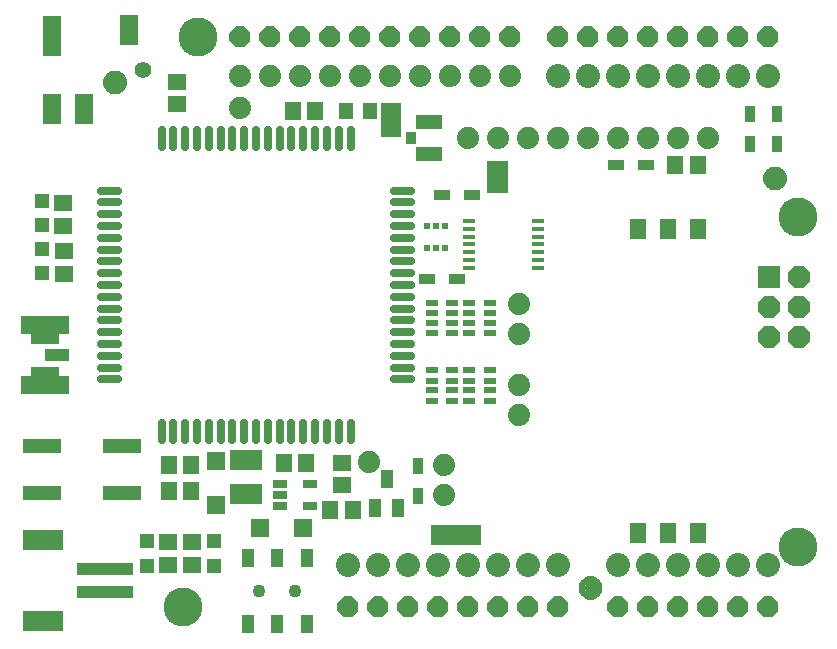
<source format=gbr>
G04 EAGLE Gerber RS-274X export*
G75*
%MOMM*%
%FSLAX34Y34*%
%LPD*%
%INSoldermask Top*%
%IPPOS*%
%AMOC8*
5,1,8,0,0,1.08239X$1,22.5*%
G01*
%ADD10C,3.301600*%
%ADD11R,1.301600X0.651600*%
%ADD12R,1.301600X1.301600*%
%ADD13R,1.601600X1.401600*%
%ADD14R,4.701600X1.101600*%
%ADD15R,3.501600X1.701600*%
%ADD16R,1.401600X1.601600*%
%ADD17R,3.301600X1.301600*%
%ADD18R,1.501600X1.501600*%
%ADD19R,2.801600X1.701600*%
%ADD20R,0.601600X0.601600*%
%ADD21R,0.501600X0.601600*%
%ADD22C,1.879600*%
%ADD23R,1.401600X1.801600*%
%ADD24C,1.101600*%
%ADD25C,0.500000*%
%ADD26R,0.901600X1.451600*%
%ADD27R,1.101600X1.501600*%
%ADD28R,1.451600X0.901600*%
%ADD29R,1.000000X0.450000*%
%ADD30R,1.601600X2.601600*%
%ADD31R,1.601600X3.501600*%
%ADD32C,1.401600*%
%ADD33R,4.165600X1.625600*%
%ADD34R,2.133600X1.117600*%
%ADD35R,2.336800X0.914400*%
%ADD36C,0.701600*%
%ADD37R,2.301600X1.151600*%
%ADD38R,0.901600X1.101600*%
%ADD39R,1.001600X0.551600*%
%ADD40R,1.101600X1.601600*%
%ADD41C,2.032000*%
%ADD42R,4.200000X1.800000*%
%ADD43P,1.924489X8X22.500000*%
%ADD44P,2.034460X8X22.500000*%
%ADD45R,1.879600X1.879600*%
%ADD46R,1.301600X1.401600*%
%ADD47R,1.701800X1.270000*%
%ADD48R,0.304800X0.736600*%
%ADD49R,1.651000X2.921000*%

G36*
X414138Y375936D02*
X414138Y375936D01*
X414257Y375943D01*
X414295Y375956D01*
X414336Y375961D01*
X414446Y376004D01*
X414559Y376041D01*
X414594Y376063D01*
X414631Y376078D01*
X414727Y376148D01*
X414828Y376211D01*
X414856Y376241D01*
X414889Y376264D01*
X414965Y376356D01*
X415046Y376443D01*
X415066Y376478D01*
X415091Y376509D01*
X415142Y376617D01*
X415200Y376721D01*
X415210Y376761D01*
X415227Y376797D01*
X415249Y376914D01*
X415279Y377029D01*
X415283Y377090D01*
X415287Y377110D01*
X415285Y377130D01*
X415289Y377190D01*
X415289Y402590D01*
X415274Y402708D01*
X415267Y402827D01*
X415254Y402865D01*
X415249Y402906D01*
X415206Y403016D01*
X415169Y403129D01*
X415147Y403164D01*
X415132Y403201D01*
X415063Y403297D01*
X414999Y403398D01*
X414969Y403426D01*
X414946Y403459D01*
X414854Y403535D01*
X414767Y403616D01*
X414732Y403636D01*
X414701Y403661D01*
X414593Y403712D01*
X414489Y403770D01*
X414449Y403780D01*
X414413Y403797D01*
X414296Y403819D01*
X414181Y403849D01*
X414121Y403853D01*
X414101Y403857D01*
X414080Y403855D01*
X414020Y403859D01*
X398780Y403859D01*
X398662Y403844D01*
X398543Y403837D01*
X398505Y403824D01*
X398464Y403819D01*
X398354Y403776D01*
X398241Y403739D01*
X398206Y403717D01*
X398169Y403702D01*
X398073Y403633D01*
X397972Y403569D01*
X397944Y403539D01*
X397911Y403516D01*
X397836Y403424D01*
X397754Y403337D01*
X397734Y403302D01*
X397709Y403271D01*
X397658Y403163D01*
X397600Y403059D01*
X397590Y403019D01*
X397573Y402983D01*
X397551Y402866D01*
X397521Y402751D01*
X397517Y402691D01*
X397513Y402671D01*
X397514Y402659D01*
X397513Y402656D01*
X397514Y402643D01*
X397511Y402590D01*
X397511Y377190D01*
X397526Y377072D01*
X397533Y376953D01*
X397546Y376915D01*
X397551Y376874D01*
X397594Y376764D01*
X397631Y376651D01*
X397653Y376616D01*
X397668Y376579D01*
X397738Y376483D01*
X397801Y376382D01*
X397831Y376354D01*
X397854Y376321D01*
X397946Y376246D01*
X398033Y376164D01*
X398068Y376144D01*
X398099Y376119D01*
X398207Y376068D01*
X398311Y376010D01*
X398351Y376000D01*
X398387Y375983D01*
X398504Y375961D01*
X398619Y375931D01*
X398680Y375927D01*
X398700Y375923D01*
X398720Y375925D01*
X398780Y375921D01*
X414020Y375921D01*
X414138Y375936D01*
G37*
D10*
X152400Y508000D03*
X660400Y355600D03*
X660400Y76200D03*
X139700Y25400D03*
D11*
X221949Y130150D03*
X221949Y120650D03*
X221949Y111150D03*
X247951Y111150D03*
X247951Y130150D03*
D12*
X166260Y81630D03*
X166260Y60630D03*
X109680Y60680D03*
X109680Y81680D03*
D13*
X147320Y80620D03*
X147320Y61620D03*
X127000Y80460D03*
X127000Y61460D03*
D14*
X73830Y38260D03*
X73830Y58260D03*
D15*
X21830Y14260D03*
X21830Y82260D03*
D16*
X264820Y107950D03*
X283820Y107950D03*
X244450Y147320D03*
X225450Y147320D03*
D17*
X88610Y122240D03*
X20610Y122240D03*
X20610Y162240D03*
X88610Y162240D03*
D18*
X167640Y149310D03*
X167640Y112310D03*
D16*
X146820Y145900D03*
X127820Y145900D03*
X147130Y123670D03*
X128130Y123670D03*
D19*
X193040Y149890D03*
X193040Y121890D03*
D20*
X346830Y330090D03*
D21*
X354330Y330090D03*
D20*
X361830Y330090D03*
X361830Y348090D03*
D21*
X354330Y348090D03*
D20*
X346830Y348090D03*
D13*
X274320Y147930D03*
X274320Y128930D03*
D12*
X20320Y369910D03*
X20320Y348910D03*
X20320Y329270D03*
X20320Y308270D03*
D13*
X38100Y348640D03*
X38100Y367640D03*
X39370Y308000D03*
X39370Y327000D03*
D22*
X297180Y148590D03*
D23*
X576360Y88670D03*
X550960Y88670D03*
X525560Y88670D03*
X525560Y345670D03*
X550960Y345670D03*
X576360Y345670D03*
D24*
X485140Y41910D03*
D25*
X485140Y49410D02*
X484959Y49408D01*
X484778Y49401D01*
X484597Y49390D01*
X484416Y49375D01*
X484236Y49355D01*
X484056Y49331D01*
X483877Y49303D01*
X483699Y49270D01*
X483522Y49233D01*
X483345Y49192D01*
X483170Y49147D01*
X482995Y49097D01*
X482822Y49043D01*
X482651Y48985D01*
X482480Y48923D01*
X482312Y48856D01*
X482145Y48786D01*
X481979Y48712D01*
X481816Y48633D01*
X481655Y48551D01*
X481495Y48465D01*
X481338Y48375D01*
X481183Y48281D01*
X481030Y48184D01*
X480880Y48082D01*
X480732Y47978D01*
X480586Y47869D01*
X480444Y47758D01*
X480304Y47642D01*
X480167Y47524D01*
X480032Y47402D01*
X479901Y47277D01*
X479773Y47149D01*
X479648Y47018D01*
X479526Y46883D01*
X479408Y46746D01*
X479292Y46606D01*
X479181Y46464D01*
X479072Y46318D01*
X478968Y46170D01*
X478866Y46020D01*
X478769Y45867D01*
X478675Y45712D01*
X478585Y45555D01*
X478499Y45395D01*
X478417Y45234D01*
X478338Y45071D01*
X478264Y44905D01*
X478194Y44738D01*
X478127Y44570D01*
X478065Y44399D01*
X478007Y44228D01*
X477953Y44055D01*
X477903Y43880D01*
X477858Y43705D01*
X477817Y43528D01*
X477780Y43351D01*
X477747Y43173D01*
X477719Y42994D01*
X477695Y42814D01*
X477675Y42634D01*
X477660Y42453D01*
X477649Y42272D01*
X477642Y42091D01*
X477640Y41910D01*
X485140Y49410D02*
X485321Y49408D01*
X485502Y49401D01*
X485683Y49390D01*
X485864Y49375D01*
X486044Y49355D01*
X486224Y49331D01*
X486403Y49303D01*
X486581Y49270D01*
X486758Y49233D01*
X486935Y49192D01*
X487110Y49147D01*
X487285Y49097D01*
X487458Y49043D01*
X487629Y48985D01*
X487800Y48923D01*
X487968Y48856D01*
X488135Y48786D01*
X488301Y48712D01*
X488464Y48633D01*
X488625Y48551D01*
X488785Y48465D01*
X488942Y48375D01*
X489097Y48281D01*
X489250Y48184D01*
X489400Y48082D01*
X489548Y47978D01*
X489694Y47869D01*
X489836Y47758D01*
X489976Y47642D01*
X490113Y47524D01*
X490248Y47402D01*
X490379Y47277D01*
X490507Y47149D01*
X490632Y47018D01*
X490754Y46883D01*
X490872Y46746D01*
X490988Y46606D01*
X491099Y46464D01*
X491208Y46318D01*
X491312Y46170D01*
X491414Y46020D01*
X491511Y45867D01*
X491605Y45712D01*
X491695Y45555D01*
X491781Y45395D01*
X491863Y45234D01*
X491942Y45071D01*
X492016Y44905D01*
X492086Y44738D01*
X492153Y44570D01*
X492215Y44399D01*
X492273Y44228D01*
X492327Y44055D01*
X492377Y43880D01*
X492422Y43705D01*
X492463Y43528D01*
X492500Y43351D01*
X492533Y43173D01*
X492561Y42994D01*
X492585Y42814D01*
X492605Y42634D01*
X492620Y42453D01*
X492631Y42272D01*
X492638Y42091D01*
X492640Y41910D01*
X492638Y41729D01*
X492631Y41548D01*
X492620Y41367D01*
X492605Y41186D01*
X492585Y41006D01*
X492561Y40826D01*
X492533Y40647D01*
X492500Y40469D01*
X492463Y40292D01*
X492422Y40115D01*
X492377Y39940D01*
X492327Y39765D01*
X492273Y39592D01*
X492215Y39421D01*
X492153Y39250D01*
X492086Y39082D01*
X492016Y38915D01*
X491942Y38749D01*
X491863Y38586D01*
X491781Y38425D01*
X491695Y38265D01*
X491605Y38108D01*
X491511Y37953D01*
X491414Y37800D01*
X491312Y37650D01*
X491208Y37502D01*
X491099Y37356D01*
X490988Y37214D01*
X490872Y37074D01*
X490754Y36937D01*
X490632Y36802D01*
X490507Y36671D01*
X490379Y36543D01*
X490248Y36418D01*
X490113Y36296D01*
X489976Y36178D01*
X489836Y36062D01*
X489694Y35951D01*
X489548Y35842D01*
X489400Y35738D01*
X489250Y35636D01*
X489097Y35539D01*
X488942Y35445D01*
X488785Y35355D01*
X488625Y35269D01*
X488464Y35187D01*
X488301Y35108D01*
X488135Y35034D01*
X487968Y34964D01*
X487800Y34897D01*
X487629Y34835D01*
X487458Y34777D01*
X487285Y34723D01*
X487110Y34673D01*
X486935Y34628D01*
X486758Y34587D01*
X486581Y34550D01*
X486403Y34517D01*
X486224Y34489D01*
X486044Y34465D01*
X485864Y34445D01*
X485683Y34430D01*
X485502Y34419D01*
X485321Y34412D01*
X485140Y34410D01*
X484959Y34412D01*
X484778Y34419D01*
X484597Y34430D01*
X484416Y34445D01*
X484236Y34465D01*
X484056Y34489D01*
X483877Y34517D01*
X483699Y34550D01*
X483522Y34587D01*
X483345Y34628D01*
X483170Y34673D01*
X482995Y34723D01*
X482822Y34777D01*
X482651Y34835D01*
X482480Y34897D01*
X482312Y34964D01*
X482145Y35034D01*
X481979Y35108D01*
X481816Y35187D01*
X481655Y35269D01*
X481495Y35355D01*
X481338Y35445D01*
X481183Y35539D01*
X481030Y35636D01*
X480880Y35738D01*
X480732Y35842D01*
X480586Y35951D01*
X480444Y36062D01*
X480304Y36178D01*
X480167Y36296D01*
X480032Y36418D01*
X479901Y36543D01*
X479773Y36671D01*
X479648Y36802D01*
X479526Y36937D01*
X479408Y37074D01*
X479292Y37214D01*
X479181Y37356D01*
X479072Y37502D01*
X478968Y37650D01*
X478866Y37800D01*
X478769Y37953D01*
X478675Y38108D01*
X478585Y38265D01*
X478499Y38425D01*
X478417Y38586D01*
X478338Y38749D01*
X478264Y38915D01*
X478194Y39082D01*
X478127Y39250D01*
X478065Y39421D01*
X478007Y39592D01*
X477953Y39765D01*
X477903Y39940D01*
X477858Y40115D01*
X477817Y40292D01*
X477780Y40469D01*
X477747Y40647D01*
X477719Y40826D01*
X477695Y41006D01*
X477675Y41186D01*
X477660Y41367D01*
X477649Y41548D01*
X477642Y41729D01*
X477640Y41910D01*
D24*
X641350Y388620D03*
D25*
X641350Y396120D02*
X641169Y396118D01*
X640988Y396111D01*
X640807Y396100D01*
X640626Y396085D01*
X640446Y396065D01*
X640266Y396041D01*
X640087Y396013D01*
X639909Y395980D01*
X639732Y395943D01*
X639555Y395902D01*
X639380Y395857D01*
X639205Y395807D01*
X639032Y395753D01*
X638861Y395695D01*
X638690Y395633D01*
X638522Y395566D01*
X638355Y395496D01*
X638189Y395422D01*
X638026Y395343D01*
X637865Y395261D01*
X637705Y395175D01*
X637548Y395085D01*
X637393Y394991D01*
X637240Y394894D01*
X637090Y394792D01*
X636942Y394688D01*
X636796Y394579D01*
X636654Y394468D01*
X636514Y394352D01*
X636377Y394234D01*
X636242Y394112D01*
X636111Y393987D01*
X635983Y393859D01*
X635858Y393728D01*
X635736Y393593D01*
X635618Y393456D01*
X635502Y393316D01*
X635391Y393174D01*
X635282Y393028D01*
X635178Y392880D01*
X635076Y392730D01*
X634979Y392577D01*
X634885Y392422D01*
X634795Y392265D01*
X634709Y392105D01*
X634627Y391944D01*
X634548Y391781D01*
X634474Y391615D01*
X634404Y391448D01*
X634337Y391280D01*
X634275Y391109D01*
X634217Y390938D01*
X634163Y390765D01*
X634113Y390590D01*
X634068Y390415D01*
X634027Y390238D01*
X633990Y390061D01*
X633957Y389883D01*
X633929Y389704D01*
X633905Y389524D01*
X633885Y389344D01*
X633870Y389163D01*
X633859Y388982D01*
X633852Y388801D01*
X633850Y388620D01*
X641350Y396120D02*
X641531Y396118D01*
X641712Y396111D01*
X641893Y396100D01*
X642074Y396085D01*
X642254Y396065D01*
X642434Y396041D01*
X642613Y396013D01*
X642791Y395980D01*
X642968Y395943D01*
X643145Y395902D01*
X643320Y395857D01*
X643495Y395807D01*
X643668Y395753D01*
X643839Y395695D01*
X644010Y395633D01*
X644178Y395566D01*
X644345Y395496D01*
X644511Y395422D01*
X644674Y395343D01*
X644835Y395261D01*
X644995Y395175D01*
X645152Y395085D01*
X645307Y394991D01*
X645460Y394894D01*
X645610Y394792D01*
X645758Y394688D01*
X645904Y394579D01*
X646046Y394468D01*
X646186Y394352D01*
X646323Y394234D01*
X646458Y394112D01*
X646589Y393987D01*
X646717Y393859D01*
X646842Y393728D01*
X646964Y393593D01*
X647082Y393456D01*
X647198Y393316D01*
X647309Y393174D01*
X647418Y393028D01*
X647522Y392880D01*
X647624Y392730D01*
X647721Y392577D01*
X647815Y392422D01*
X647905Y392265D01*
X647991Y392105D01*
X648073Y391944D01*
X648152Y391781D01*
X648226Y391615D01*
X648296Y391448D01*
X648363Y391280D01*
X648425Y391109D01*
X648483Y390938D01*
X648537Y390765D01*
X648587Y390590D01*
X648632Y390415D01*
X648673Y390238D01*
X648710Y390061D01*
X648743Y389883D01*
X648771Y389704D01*
X648795Y389524D01*
X648815Y389344D01*
X648830Y389163D01*
X648841Y388982D01*
X648848Y388801D01*
X648850Y388620D01*
X648848Y388439D01*
X648841Y388258D01*
X648830Y388077D01*
X648815Y387896D01*
X648795Y387716D01*
X648771Y387536D01*
X648743Y387357D01*
X648710Y387179D01*
X648673Y387002D01*
X648632Y386825D01*
X648587Y386650D01*
X648537Y386475D01*
X648483Y386302D01*
X648425Y386131D01*
X648363Y385960D01*
X648296Y385792D01*
X648226Y385625D01*
X648152Y385459D01*
X648073Y385296D01*
X647991Y385135D01*
X647905Y384975D01*
X647815Y384818D01*
X647721Y384663D01*
X647624Y384510D01*
X647522Y384360D01*
X647418Y384212D01*
X647309Y384066D01*
X647198Y383924D01*
X647082Y383784D01*
X646964Y383647D01*
X646842Y383512D01*
X646717Y383381D01*
X646589Y383253D01*
X646458Y383128D01*
X646323Y383006D01*
X646186Y382888D01*
X646046Y382772D01*
X645904Y382661D01*
X645758Y382552D01*
X645610Y382448D01*
X645460Y382346D01*
X645307Y382249D01*
X645152Y382155D01*
X644995Y382065D01*
X644835Y381979D01*
X644674Y381897D01*
X644511Y381818D01*
X644345Y381744D01*
X644178Y381674D01*
X644010Y381607D01*
X643839Y381545D01*
X643668Y381487D01*
X643495Y381433D01*
X643320Y381383D01*
X643145Y381338D01*
X642968Y381297D01*
X642791Y381260D01*
X642613Y381227D01*
X642434Y381199D01*
X642254Y381175D01*
X642074Y381155D01*
X641893Y381140D01*
X641712Y381129D01*
X641531Y381122D01*
X641350Y381120D01*
X641169Y381122D01*
X640988Y381129D01*
X640807Y381140D01*
X640626Y381155D01*
X640446Y381175D01*
X640266Y381199D01*
X640087Y381227D01*
X639909Y381260D01*
X639732Y381297D01*
X639555Y381338D01*
X639380Y381383D01*
X639205Y381433D01*
X639032Y381487D01*
X638861Y381545D01*
X638690Y381607D01*
X638522Y381674D01*
X638355Y381744D01*
X638189Y381818D01*
X638026Y381897D01*
X637865Y381979D01*
X637705Y382065D01*
X637548Y382155D01*
X637393Y382249D01*
X637240Y382346D01*
X637090Y382448D01*
X636942Y382552D01*
X636796Y382661D01*
X636654Y382772D01*
X636514Y382888D01*
X636377Y383006D01*
X636242Y383128D01*
X636111Y383253D01*
X635983Y383381D01*
X635858Y383512D01*
X635736Y383647D01*
X635618Y383784D01*
X635502Y383924D01*
X635391Y384066D01*
X635282Y384212D01*
X635178Y384360D01*
X635076Y384510D01*
X634979Y384663D01*
X634885Y384818D01*
X634795Y384975D01*
X634709Y385135D01*
X634627Y385296D01*
X634548Y385459D01*
X634474Y385625D01*
X634404Y385792D01*
X634337Y385960D01*
X634275Y386131D01*
X634217Y386302D01*
X634163Y386475D01*
X634113Y386650D01*
X634068Y386825D01*
X634027Y387002D01*
X633990Y387179D01*
X633957Y387357D01*
X633929Y387536D01*
X633905Y387716D01*
X633885Y387896D01*
X633870Y388077D01*
X633859Y388258D01*
X633852Y388439D01*
X633850Y388620D01*
D24*
X82550Y469900D03*
D25*
X82550Y477400D02*
X82369Y477398D01*
X82188Y477391D01*
X82007Y477380D01*
X81826Y477365D01*
X81646Y477345D01*
X81466Y477321D01*
X81287Y477293D01*
X81109Y477260D01*
X80932Y477223D01*
X80755Y477182D01*
X80580Y477137D01*
X80405Y477087D01*
X80232Y477033D01*
X80061Y476975D01*
X79890Y476913D01*
X79722Y476846D01*
X79555Y476776D01*
X79389Y476702D01*
X79226Y476623D01*
X79065Y476541D01*
X78905Y476455D01*
X78748Y476365D01*
X78593Y476271D01*
X78440Y476174D01*
X78290Y476072D01*
X78142Y475968D01*
X77996Y475859D01*
X77854Y475748D01*
X77714Y475632D01*
X77577Y475514D01*
X77442Y475392D01*
X77311Y475267D01*
X77183Y475139D01*
X77058Y475008D01*
X76936Y474873D01*
X76818Y474736D01*
X76702Y474596D01*
X76591Y474454D01*
X76482Y474308D01*
X76378Y474160D01*
X76276Y474010D01*
X76179Y473857D01*
X76085Y473702D01*
X75995Y473545D01*
X75909Y473385D01*
X75827Y473224D01*
X75748Y473061D01*
X75674Y472895D01*
X75604Y472728D01*
X75537Y472560D01*
X75475Y472389D01*
X75417Y472218D01*
X75363Y472045D01*
X75313Y471870D01*
X75268Y471695D01*
X75227Y471518D01*
X75190Y471341D01*
X75157Y471163D01*
X75129Y470984D01*
X75105Y470804D01*
X75085Y470624D01*
X75070Y470443D01*
X75059Y470262D01*
X75052Y470081D01*
X75050Y469900D01*
X82550Y477400D02*
X82731Y477398D01*
X82912Y477391D01*
X83093Y477380D01*
X83274Y477365D01*
X83454Y477345D01*
X83634Y477321D01*
X83813Y477293D01*
X83991Y477260D01*
X84168Y477223D01*
X84345Y477182D01*
X84520Y477137D01*
X84695Y477087D01*
X84868Y477033D01*
X85039Y476975D01*
X85210Y476913D01*
X85378Y476846D01*
X85545Y476776D01*
X85711Y476702D01*
X85874Y476623D01*
X86035Y476541D01*
X86195Y476455D01*
X86352Y476365D01*
X86507Y476271D01*
X86660Y476174D01*
X86810Y476072D01*
X86958Y475968D01*
X87104Y475859D01*
X87246Y475748D01*
X87386Y475632D01*
X87523Y475514D01*
X87658Y475392D01*
X87789Y475267D01*
X87917Y475139D01*
X88042Y475008D01*
X88164Y474873D01*
X88282Y474736D01*
X88398Y474596D01*
X88509Y474454D01*
X88618Y474308D01*
X88722Y474160D01*
X88824Y474010D01*
X88921Y473857D01*
X89015Y473702D01*
X89105Y473545D01*
X89191Y473385D01*
X89273Y473224D01*
X89352Y473061D01*
X89426Y472895D01*
X89496Y472728D01*
X89563Y472560D01*
X89625Y472389D01*
X89683Y472218D01*
X89737Y472045D01*
X89787Y471870D01*
X89832Y471695D01*
X89873Y471518D01*
X89910Y471341D01*
X89943Y471163D01*
X89971Y470984D01*
X89995Y470804D01*
X90015Y470624D01*
X90030Y470443D01*
X90041Y470262D01*
X90048Y470081D01*
X90050Y469900D01*
X90048Y469719D01*
X90041Y469538D01*
X90030Y469357D01*
X90015Y469176D01*
X89995Y468996D01*
X89971Y468816D01*
X89943Y468637D01*
X89910Y468459D01*
X89873Y468282D01*
X89832Y468105D01*
X89787Y467930D01*
X89737Y467755D01*
X89683Y467582D01*
X89625Y467411D01*
X89563Y467240D01*
X89496Y467072D01*
X89426Y466905D01*
X89352Y466739D01*
X89273Y466576D01*
X89191Y466415D01*
X89105Y466255D01*
X89015Y466098D01*
X88921Y465943D01*
X88824Y465790D01*
X88722Y465640D01*
X88618Y465492D01*
X88509Y465346D01*
X88398Y465204D01*
X88282Y465064D01*
X88164Y464927D01*
X88042Y464792D01*
X87917Y464661D01*
X87789Y464533D01*
X87658Y464408D01*
X87523Y464286D01*
X87386Y464168D01*
X87246Y464052D01*
X87104Y463941D01*
X86958Y463832D01*
X86810Y463728D01*
X86660Y463626D01*
X86507Y463529D01*
X86352Y463435D01*
X86195Y463345D01*
X86035Y463259D01*
X85874Y463177D01*
X85711Y463098D01*
X85545Y463024D01*
X85378Y462954D01*
X85210Y462887D01*
X85039Y462825D01*
X84868Y462767D01*
X84695Y462713D01*
X84520Y462663D01*
X84345Y462618D01*
X84168Y462577D01*
X83991Y462540D01*
X83813Y462507D01*
X83634Y462479D01*
X83454Y462455D01*
X83274Y462435D01*
X83093Y462420D01*
X82912Y462409D01*
X82731Y462402D01*
X82550Y462400D01*
X82369Y462402D01*
X82188Y462409D01*
X82007Y462420D01*
X81826Y462435D01*
X81646Y462455D01*
X81466Y462479D01*
X81287Y462507D01*
X81109Y462540D01*
X80932Y462577D01*
X80755Y462618D01*
X80580Y462663D01*
X80405Y462713D01*
X80232Y462767D01*
X80061Y462825D01*
X79890Y462887D01*
X79722Y462954D01*
X79555Y463024D01*
X79389Y463098D01*
X79226Y463177D01*
X79065Y463259D01*
X78905Y463345D01*
X78748Y463435D01*
X78593Y463529D01*
X78440Y463626D01*
X78290Y463728D01*
X78142Y463832D01*
X77996Y463941D01*
X77854Y464052D01*
X77714Y464168D01*
X77577Y464286D01*
X77442Y464408D01*
X77311Y464533D01*
X77183Y464661D01*
X77058Y464792D01*
X76936Y464927D01*
X76818Y465064D01*
X76702Y465204D01*
X76591Y465346D01*
X76482Y465492D01*
X76378Y465640D01*
X76276Y465790D01*
X76179Y465943D01*
X76085Y466098D01*
X75995Y466255D01*
X75909Y466415D01*
X75827Y466576D01*
X75748Y466739D01*
X75674Y466905D01*
X75604Y467072D01*
X75537Y467240D01*
X75475Y467411D01*
X75417Y467582D01*
X75363Y467755D01*
X75313Y467930D01*
X75268Y468105D01*
X75227Y468282D01*
X75190Y468459D01*
X75157Y468637D01*
X75129Y468816D01*
X75105Y468996D01*
X75085Y469176D01*
X75070Y469357D01*
X75059Y469538D01*
X75052Y469719D01*
X75050Y469900D01*
D26*
X339090Y119380D03*
X339090Y144780D03*
D22*
X360680Y146050D03*
X360680Y120650D03*
D27*
X312420Y133920D03*
X321920Y109920D03*
X302920Y109920D03*
D26*
X619760Y443230D03*
X619760Y417830D03*
D28*
X384810Y374650D03*
X359410Y374650D03*
D26*
X642620Y443230D03*
X642620Y417830D03*
D29*
X440730Y313240D03*
X440730Y319740D03*
X440730Y326240D03*
X440730Y332740D03*
X440730Y339240D03*
X440730Y345740D03*
X440730Y352240D03*
X382230Y352240D03*
X382230Y345740D03*
X382230Y339240D03*
X382230Y332740D03*
X382230Y326240D03*
X382230Y319740D03*
X382230Y313240D03*
D30*
X29270Y447060D03*
X94270Y514060D03*
X56270Y447060D03*
D31*
X29270Y509060D03*
D32*
X106270Y480060D03*
D13*
X134620Y470510D03*
X134620Y451510D03*
D33*
X22860Y264160D03*
X22860Y213360D03*
D34*
X33020Y238760D03*
D35*
X23114Y252714D03*
X23114Y224806D03*
D36*
X121930Y181450D02*
X121930Y167450D01*
X131930Y167450D02*
X131930Y181450D01*
X141930Y181450D02*
X141930Y167450D01*
X151930Y167450D02*
X151930Y181450D01*
X161930Y181450D02*
X161930Y167450D01*
X171930Y167450D02*
X171930Y181450D01*
X181930Y181450D02*
X181930Y167450D01*
X191930Y167450D02*
X191930Y181450D01*
X201930Y181450D02*
X201930Y167450D01*
X211930Y167450D02*
X211930Y181450D01*
X221930Y181450D02*
X221930Y167450D01*
X231930Y167450D02*
X231930Y181450D01*
X241930Y181450D02*
X241930Y167450D01*
X251930Y167450D02*
X251930Y181450D01*
X261930Y181450D02*
X261930Y167450D01*
X271930Y167450D02*
X271930Y181450D01*
X281930Y181450D02*
X281930Y167450D01*
X318930Y218450D02*
X332930Y218450D01*
X332930Y228450D02*
X318930Y228450D01*
X318930Y238450D02*
X332930Y238450D01*
X332930Y248450D02*
X318930Y248450D01*
X318930Y258450D02*
X332930Y258450D01*
X332930Y268450D02*
X318930Y268450D01*
X318930Y278450D02*
X332930Y278450D01*
X332930Y288450D02*
X318930Y288450D01*
X318930Y298450D02*
X332930Y298450D01*
X332930Y308450D02*
X318930Y308450D01*
X318930Y318450D02*
X332930Y318450D01*
X332930Y328450D02*
X318930Y328450D01*
X318930Y338450D02*
X332930Y338450D01*
X332930Y348450D02*
X318930Y348450D01*
X318930Y358450D02*
X332930Y358450D01*
X332930Y368450D02*
X318930Y368450D01*
X318930Y378450D02*
X332930Y378450D01*
X281930Y415450D02*
X281930Y429450D01*
X271930Y429450D02*
X271930Y415450D01*
X261930Y415450D02*
X261930Y429450D01*
X251930Y429450D02*
X251930Y415450D01*
X241930Y415450D02*
X241930Y429450D01*
X231930Y429450D02*
X231930Y415450D01*
X221930Y415450D02*
X221930Y429450D01*
X211930Y429450D02*
X211930Y415450D01*
X201930Y415450D02*
X201930Y429450D01*
X191930Y429450D02*
X191930Y415450D01*
X181930Y415450D02*
X181930Y429450D01*
X171930Y429450D02*
X171930Y415450D01*
X161930Y415450D02*
X161930Y429450D01*
X151930Y429450D02*
X151930Y415450D01*
X141930Y415450D02*
X141930Y429450D01*
X131930Y429450D02*
X131930Y415450D01*
X121930Y415450D02*
X121930Y429450D01*
X84930Y378450D02*
X70930Y378450D01*
X70930Y368450D02*
X84930Y368450D01*
X84930Y358450D02*
X70930Y358450D01*
X70930Y348450D02*
X84930Y348450D01*
X84930Y338450D02*
X70930Y338450D01*
X70930Y328450D02*
X84930Y328450D01*
X84930Y318450D02*
X70930Y318450D01*
X70930Y308450D02*
X84930Y308450D01*
X84930Y298450D02*
X70930Y298450D01*
X70930Y288450D02*
X84930Y288450D01*
X84930Y278450D02*
X70930Y278450D01*
X70930Y268450D02*
X84930Y268450D01*
X84930Y258450D02*
X70930Y258450D01*
X70930Y248450D02*
X84930Y248450D01*
X84930Y238450D02*
X70930Y238450D01*
X70930Y228450D02*
X84930Y228450D01*
X84930Y218450D02*
X70930Y218450D01*
D37*
X347980Y409160D03*
X347980Y436660D03*
D38*
X332730Y422910D03*
D28*
X506730Y400050D03*
X532130Y400050D03*
D39*
X350910Y200360D03*
X367910Y200360D03*
X350910Y209360D03*
X350910Y217360D03*
X350910Y226360D03*
X367910Y226360D03*
X367910Y209360D03*
X367910Y217360D03*
X382660Y200360D03*
X399660Y200360D03*
X382660Y209360D03*
X382660Y217360D03*
X382660Y226360D03*
X399660Y226360D03*
X399660Y209360D03*
X399660Y217360D03*
X382660Y257510D03*
X399660Y257510D03*
X382660Y266510D03*
X382660Y274510D03*
X382660Y283510D03*
X399660Y283510D03*
X399660Y266510D03*
X399660Y274510D03*
X350910Y257510D03*
X367910Y257510D03*
X350910Y266510D03*
X350910Y274510D03*
X350910Y283510D03*
X367910Y283510D03*
X367910Y266510D03*
X367910Y274510D03*
D16*
X556920Y400050D03*
X575920Y400050D03*
D40*
X194710Y67370D03*
X219710Y67370D03*
X244710Y67370D03*
X244710Y11370D03*
X219710Y11370D03*
X194710Y11370D03*
D24*
X234710Y39370D03*
X204710Y39370D03*
D18*
X242020Y92710D03*
X205020Y92710D03*
D22*
X187960Y474980D03*
X213360Y474980D03*
X238760Y474980D03*
X264160Y474980D03*
X289560Y474980D03*
X314960Y474980D03*
X340360Y474980D03*
X365760Y474980D03*
X391160Y474980D03*
X416560Y474980D03*
D41*
X457200Y474980D03*
X482600Y474980D03*
X508000Y474980D03*
X533400Y474980D03*
X558800Y474980D03*
X584200Y474980D03*
X609600Y474980D03*
X635000Y474980D03*
X457200Y60960D03*
X431800Y60960D03*
X406400Y60960D03*
X381000Y60960D03*
X355600Y60960D03*
X330200Y60960D03*
X304800Y60960D03*
X279400Y60960D03*
X635000Y60960D03*
X609600Y60960D03*
X584200Y60960D03*
X558800Y60960D03*
X533400Y60960D03*
X508000Y60960D03*
D42*
X370840Y86360D03*
D43*
X533400Y508000D03*
X508000Y25400D03*
X558800Y508000D03*
X584200Y508000D03*
X609600Y508000D03*
X635000Y508000D03*
X508000Y508000D03*
X482600Y508000D03*
X457200Y508000D03*
X416560Y508000D03*
X391160Y508000D03*
X365760Y508000D03*
X340360Y508000D03*
X314960Y508000D03*
X289560Y508000D03*
X264160Y508000D03*
X238760Y508000D03*
X533400Y25400D03*
X558800Y25400D03*
X584200Y25400D03*
X609600Y25400D03*
X635000Y25400D03*
X457200Y25400D03*
X431800Y25400D03*
X406400Y25400D03*
X381000Y25400D03*
X355600Y25400D03*
X330200Y25400D03*
X213360Y508000D03*
X187960Y508000D03*
X304800Y25400D03*
X279400Y25400D03*
D44*
X661670Y279400D03*
X636270Y279400D03*
D45*
X636270Y304800D03*
D44*
X661670Y304800D03*
X661670Y254000D03*
X636270Y254000D03*
D22*
X424180Y256540D03*
X424180Y281940D03*
X424180Y187960D03*
X424180Y213360D03*
X584200Y422910D03*
X558800Y422910D03*
X533400Y422910D03*
X508000Y422910D03*
X482600Y422910D03*
X457200Y422910D03*
X431800Y422910D03*
X406400Y422910D03*
D16*
X252070Y445770D03*
X233070Y445770D03*
D46*
X298450Y445770D03*
X278130Y445770D03*
D47*
X406400Y382270D03*
X406400Y397510D03*
D48*
X406400Y389890D03*
D49*
X316230Y438150D03*
D22*
X187960Y448310D03*
X381000Y422910D03*
D28*
X372110Y303530D03*
X346710Y303530D03*
M02*

</source>
